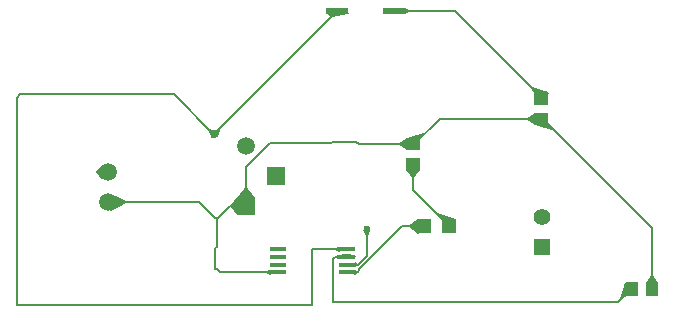
<source format=gbr>
G71*
G90*
G04 Quadcept GERBER*
%MOMM*%
%FSLAX44Y44*%
%ADD10C,0.15*%
%ADD11C,0.6*%
%ADD12C,1.4*%
%ADD13C,1.5*%
%ADD14R,1.19X1.19*%
%ADD15R,1.4X1.4*%
%ADD16R,1.5X1.5*%
%ADD17R,1.01X1.21*%
%ADD18R,1.21X1.01*%
%ADD19R,1.47X0.35*%
%ADD20R,1.9X0.55*%
G54D10*
G01X1383000Y2016000D02*
G01X1382000D01*
G01X1368500Y2029500D01*
G01X1291000D01*
G01X1383000Y2016000D02*
G01X1384000D01*
G01X1394400Y2026400D01*
G01X1407800D01*
G01X1382000Y1991000D02*
G01X1383000Y1992000D01*
G01Y2016000D01*
G01X1382000Y1973000D02*
G01Y1991000D01*
G01X1382000Y1973000D02*
G01X1383000D01*
G01X1385650Y1970350D01*
G01X1434790D01*
G01X1407800Y2026400D02*
G01Y2059800D01*
G01X1428000Y2080000D01*
G01X1480000D01*
G01X1481000Y2081000D01*
G01X1501000D01*
G01X1503290Y2078710D01*
G01X1549300D01*
G01X1550000D01*
G01X1571780Y2100490D01*
G01X1658000D01*
G01X1658490Y2100000D01*
G01X1659000D01*
G01X1751410Y2007590D01*
G01Y1956100D01*
G01X1485400Y2191700D02*
G01X1381000Y2087300D01*
G01Y2087000D01*
G01X1281900Y2054900D02*
G01X1291000D01*
G01X1493210Y1989850D02*
G01X1464000D01*
G01Y1943000D01*
G01X1214000D01*
G01Y2118000D01*
G01X1217000Y2121000D01*
G01X1347000D01*
G01X1381000Y2087000D01*
G01X1658000Y2117510D02*
G01Y2118510D01*
G01X1584810Y2191700D01*
G01X1533400D01*
G01X1493210Y1970350D02*
G01X1502350D01*
G01X1504000Y1972000D01*
G01Y1973000D01*
G01X1540200Y2009200D01*
G01X1558990D01*
G01X1493210Y1983350D02*
G01Y1983580D01*
G01X1492395Y1984395D01*
G01Y1984605D01*
G01X1492443Y1984653D01*
G01X1493000D01*
G01X1493653Y1984000D01*
G01X1723290Y1945000D02*
G01X1482000D01*
G01Y1982000D01*
G01X1483350Y1983350D01*
G01X1493210D01*
G01X1579810Y2009200D02*
G01Y2009380D01*
G01X1549300Y2039890D01*
G01Y2061690D01*
G01X1510000Y2007000D02*
G01Y1984000D01*
G01X1502850Y1976850D01*
G01X1493210D01*
G01X1734390Y1956100D02*
G01X1723290Y1945000D01*
G01X1663300Y2121810D02*
G01X1650415Y2126095D01*
G01X1652700Y2121810D02*
G01X1650415Y2126095D01*
G01X1662550Y2121810D02*
G01X1650415Y2126095D01*
G01X1661800Y2121810D02*
G01X1650415Y2126095D01*
G01X1661050Y2121810D02*
G01X1650415Y2126095D01*
G01X1660300Y2121810D02*
G01X1650415Y2126095D01*
G01X1659550Y2121810D02*
G01X1650415Y2126095D01*
G01X1658800Y2121810D02*
G01X1650415Y2126095D01*
G01X1658050Y2121810D02*
G01X1650415Y2126095D01*
G01X1657300Y2121810D02*
G01X1650415Y2126095D01*
G01X1656550Y2121810D02*
G01X1650415Y2126095D01*
G01X1655800Y2121810D02*
G01X1650415Y2126095D01*
G01X1655050Y2121810D02*
G01X1650415Y2126095D01*
G01X1654300Y2121810D02*
G01X1650415Y2126095D01*
G01X1653550Y2121810D02*
G01X1650415Y2126095D01*
G01X1542150Y2189700D02*
G01X1545450Y2191700D01*
G01X1542150Y2193700D02*
G01X1545450Y2191700D01*
G01X1542150Y2190450D02*
G01X1545450Y2191700D01*
G01X1542150Y2191200D02*
G01X1545450Y2191700D01*
G01X1542150Y2191950D02*
G01X1545450Y2191700D01*
G01X1542150Y2192700D02*
G01X1545450Y2191700D01*
G01X1285860Y2059276D02*
G01X1282135Y2054900D01*
G01X1285860Y2050524D02*
G01X1282135Y2054900D01*
G01X1285860Y2058526D02*
G01X1282135Y2054900D01*
G01X1285860Y2057776D02*
G01X1282135Y2054900D01*
G01X1285860Y2057026D02*
G01X1282135Y2054900D01*
G01X1285860Y2056276D02*
G01X1282135Y2054900D01*
G01X1285860Y2055526D02*
G01X1282135Y2054900D01*
G01X1285860Y2054776D02*
G01X1282135Y2054900D01*
G01X1285860Y2054026D02*
G01X1282135Y2054900D01*
G01X1285860Y2053276D02*
G01X1282135Y2054900D01*
G01X1285860Y2052526D02*
G01X1282135Y2054900D01*
G01X1285860Y2051776D02*
G01X1282135Y2054900D01*
G01X1486610Y1990850D02*
G01X1484510Y1989850D01*
G01X1486610Y1988850D02*
G01X1484510Y1989850D01*
G01X1486610Y1990100D02*
G01X1484510Y1989850D01*
G01X1381857Y2089081D02*
G01X1376863Y2091137D01*
G01X1378919Y2086143D02*
G01X1376863Y2091137D01*
G01X1381326Y2088550D02*
G01X1376863Y2091137D01*
G01X1380796Y2088020D02*
G01X1376863Y2091137D01*
G01X1380266Y2087490D02*
G01X1376863Y2091137D01*
G01X1379735Y2086959D02*
G01X1376863Y2091137D01*
G01X1383111Y2086220D02*
G01X1384979Y2091279D01*
G01X1380069Y2089048D02*
G01X1384979Y2091279D01*
G01X1382561Y2086731D02*
G01X1384979Y2091279D01*
G01X1382012Y2087242D02*
G01X1384979Y2091279D01*
G01X1381463Y2087753D02*
G01X1384979Y2091279D01*
G01X1380914Y2088263D02*
G01X1384979Y2091279D01*
G01X1476650Y2189700D02*
G01X1481067Y2187367D01*
G01X1494150Y2189700D02*
G01X1481067Y2187367D01*
G01X1477400Y2189700D02*
G01X1481067Y2187367D01*
G01X1478150Y2189700D02*
G01X1481067Y2187367D01*
G01X1478900Y2189700D02*
G01X1481067Y2187367D01*
G01X1479650Y2189700D02*
G01X1481067Y2187367D01*
G01X1480400Y2189700D02*
G01X1481067Y2187367D01*
G01X1481150Y2189700D02*
G01X1481067Y2187367D01*
G01X1481900Y2189700D02*
G01X1481067Y2187367D01*
G01X1482650Y2189700D02*
G01X1481067Y2187367D01*
G01X1483400Y2189700D02*
G01X1481067Y2187367D01*
G01X1484150Y2189700D02*
G01X1481067Y2187367D01*
G01X1484900Y2189700D02*
G01X1481067Y2187367D01*
G01X1485650Y2189700D02*
G01X1481067Y2187367D01*
G01X1486400Y2189700D02*
G01X1481067Y2187367D01*
G01X1487150Y2189700D02*
G01X1481067Y2187367D01*
G01X1487900Y2189700D02*
G01X1481067Y2187367D01*
G01X1488650Y2189700D02*
G01X1481067Y2187367D01*
G01X1489400Y2189700D02*
G01X1481067Y2187367D01*
G01X1490150Y2189700D02*
G01X1481067Y2187367D01*
G01X1490900Y2189700D02*
G01X1481067Y2187367D01*
G01X1491650Y2189700D02*
G01X1481067Y2187367D01*
G01X1492400Y2189700D02*
G01X1481067Y2187367D01*
G01X1493150Y2189700D02*
G01X1481067Y2187367D01*
G01X1499810Y1969350D02*
G01X1501910Y1970350D01*
G01X1499810Y1971350D02*
G01X1501910Y1970350D01*
G01X1499810Y1970100D02*
G01X1501910Y1970350D01*
G01X1553790Y2014400D02*
G01X1546650Y2009200D01*
G01X1553790Y2004000D02*
G01X1546650Y2009200D01*
G01X1553790Y2013650D02*
G01X1546650Y2009200D01*
G01X1553790Y2012900D02*
G01X1546650Y2009200D01*
G01X1553790Y2012150D02*
G01X1546650Y2009200D01*
G01X1553790Y2011400D02*
G01X1546650Y2009200D01*
G01X1553790Y2010650D02*
G01X1546650Y2009200D01*
G01X1553790Y2009900D02*
G01X1546650Y2009200D01*
G01X1553790Y2009150D02*
G01X1546650Y2009200D01*
G01X1553790Y2008400D02*
G01X1546650Y2009200D01*
G01X1553790Y2007650D02*
G01X1546650Y2009200D01*
G01X1553790Y2006900D02*
G01X1546650Y2009200D01*
G01X1553790Y2006150D02*
G01X1546650Y2009200D01*
G01X1553790Y2005400D02*
G01X1546650Y2009200D01*
G01X1585010Y2014400D02*
G01X1569741Y2019449D01*
G01X1574610Y2014400D02*
G01X1569741Y2019449D01*
G01X1584260Y2014400D02*
G01X1569741Y2019449D01*
G01X1583510Y2014400D02*
G01X1569741Y2019449D01*
G01X1582760Y2014400D02*
G01X1569741Y2019449D01*
G01X1582010Y2014400D02*
G01X1569741Y2019449D01*
G01X1581260Y2014400D02*
G01X1569741Y2019449D01*
G01X1580510Y2014400D02*
G01X1569741Y2019449D01*
G01X1579760Y2014400D02*
G01X1569741Y2019449D01*
G01X1579010Y2014400D02*
G01X1569741Y2019449D01*
G01X1578260Y2014400D02*
G01X1569741Y2019449D01*
G01X1577510Y2014400D02*
G01X1569741Y2019449D01*
G01X1576760Y2014400D02*
G01X1569741Y2019449D01*
G01X1576010Y2014400D02*
G01X1569741Y2019449D01*
G01X1544000Y2057390D02*
G01X1549300Y2051330D01*
G01X1554600Y2057390D02*
G01X1549300Y2051330D01*
G01X1544750Y2057390D02*
G01X1549300Y2051330D01*
G01X1545500Y2057390D02*
G01X1549300Y2051330D01*
G01X1546250Y2057390D02*
G01X1549300Y2051330D01*
G01X1547000Y2057390D02*
G01X1549300Y2051330D01*
G01X1547750Y2057390D02*
G01X1549300Y2051330D01*
G01X1548500Y2057390D02*
G01X1549300Y2051330D01*
G01X1549250Y2057390D02*
G01X1549300Y2051330D01*
G01X1550000Y2057390D02*
G01X1549300Y2051330D01*
G01X1550750Y2057390D02*
G01X1549300Y2051330D01*
G01X1551500Y2057390D02*
G01X1549300Y2051330D01*
G01X1552250Y2057390D02*
G01X1549300Y2051330D01*
G01X1553000Y2057390D02*
G01X1549300Y2051330D01*
G01X1553750Y2057390D02*
G01X1549300Y2051330D01*
G01X1414550Y2033150D02*
G01X1407800Y2042150D01*
G01X1401050Y2033150D02*
G01X1407800Y2042150D01*
G01X1413800Y2033150D02*
G01X1407800Y2042150D01*
G01X1413050Y2033150D02*
G01X1407800Y2042150D01*
G01X1412300Y2033150D02*
G01X1407800Y2042150D01*
G01X1411550Y2033150D02*
G01X1407800Y2042150D01*
G01X1410800Y2033150D02*
G01X1407800Y2042150D01*
G01X1410050Y2033150D02*
G01X1407800Y2042150D01*
G01X1409300Y2033150D02*
G01X1407800Y2042150D01*
G01X1408550Y2033150D02*
G01X1407800Y2042150D01*
G01X1407800Y2033150D02*
G01Y2042150D01*
G01X1407050Y2033150D02*
G01X1407800Y2042150D01*
G01X1406300Y2033150D02*
G01X1407800Y2042150D01*
G01X1405550Y2033150D02*
G01X1407800Y2042150D01*
G01X1404800Y2033150D02*
G01X1407800Y2042150D01*
G01X1404050Y2033150D02*
G01X1407800Y2042150D01*
G01X1403300Y2033150D02*
G01X1407800Y2042150D01*
G01X1402550Y2033150D02*
G01X1407800Y2042150D01*
G01X1401800Y2033150D02*
G01X1407800Y2042150D01*
G01X1401050Y2033150D02*
G01X1395065Y2026400D01*
G01X1401050Y2019650D02*
G01X1395065Y2026400D01*
G01X1401050Y2032400D02*
G01X1395065Y2026400D01*
G01X1401050Y2031650D02*
G01X1395065Y2026400D01*
G01X1401050Y2030900D02*
G01X1395065Y2026400D01*
G01X1401050Y2030150D02*
G01X1395065Y2026400D01*
G01X1401050Y2029400D02*
G01X1395065Y2026400D01*
G01X1401050Y2028650D02*
G01X1395065Y2026400D01*
G01X1401050Y2027900D02*
G01X1395065Y2026400D01*
G01X1401050Y2027150D02*
G01X1395065Y2026400D01*
G01X1401050Y2026400D02*
G01X1395065D01*
G01X1401050Y2025650D02*
G01X1395065Y2026400D01*
G01X1401050Y2024900D02*
G01X1395065Y2026400D01*
G01X1401050Y2024150D02*
G01X1395065Y2026400D01*
G01X1401050Y2023400D02*
G01X1395065Y2026400D01*
G01X1401050Y2022650D02*
G01X1395065Y2026400D01*
G01X1401050Y2021900D02*
G01X1395065Y2026400D01*
G01X1401050Y2021150D02*
G01X1395065Y2026400D01*
G01X1401050Y2020400D02*
G01X1395065Y2026400D01*
G01X1293893Y2023401D02*
G01X1306750Y2029500D01*
G01X1293893Y2035599D02*
G01X1306750Y2029500D01*
G01X1293893Y2024151D02*
G01X1306750Y2029500D01*
G01X1293893Y2024901D02*
G01X1306750Y2029500D01*
G01X1293893Y2025651D02*
G01X1306750Y2029500D01*
G01X1293893Y2026401D02*
G01X1306750Y2029500D01*
G01X1293893Y2027151D02*
G01X1306750Y2029500D01*
G01X1293893Y2027901D02*
G01X1306750Y2029500D01*
G01X1293893Y2028651D02*
G01X1306750Y2029500D01*
G01X1293893Y2029401D02*
G01X1306750Y2029500D01*
G01X1293893Y2030151D02*
G01X1306750Y2029500D01*
G01X1293893Y2030901D02*
G01X1306750Y2029500D01*
G01X1293893Y2031651D02*
G01X1306750Y2029500D01*
G01X1293893Y2032401D02*
G01X1306750Y2029500D01*
G01X1293893Y2033151D02*
G01X1306750Y2029500D01*
G01X1293893Y2033901D02*
G01X1306750Y2029500D01*
G01X1293893Y2034651D02*
G01X1306750Y2029500D01*
G01X1652700Y2096190D02*
G01X1667095Y2091905D01*
G01X1663300Y2096190D02*
G01X1667095Y2091905D01*
G01X1653450Y2096190D02*
G01X1667095Y2091905D01*
G01X1654200Y2096190D02*
G01X1667095Y2091905D01*
G01X1654950Y2096190D02*
G01X1667095Y2091905D01*
G01X1655700Y2096190D02*
G01X1667095Y2091905D01*
G01X1656450Y2096190D02*
G01X1667095Y2091905D01*
G01X1657200Y2096190D02*
G01X1667095Y2091905D01*
G01X1657950Y2096190D02*
G01X1667095Y2091905D01*
G01X1658700Y2096190D02*
G01X1667095Y2091905D01*
G01X1659450Y2096190D02*
G01X1667095Y2091905D01*
G01X1660200Y2096190D02*
G01X1667095Y2091905D01*
G01X1660950Y2096190D02*
G01X1667095Y2091905D01*
G01X1661700Y2096190D02*
G01X1667095Y2091905D01*
G01X1662450Y2096190D02*
G01X1667095Y2091905D01*
G01X1428190Y1971350D02*
G01X1426090Y1970350D01*
G01X1428190Y1969350D02*
G01X1426090Y1970350D01*
G01X1428190Y1970600D02*
G01X1426090Y1970350D01*
G01X1755710Y1961400D02*
G01X1751410Y1967460D01*
G01X1747110Y1961400D02*
G01X1751410Y1967460D01*
G01X1754960Y1961400D02*
G01X1751410Y1967460D01*
G01X1754210Y1961400D02*
G01X1751410Y1967460D01*
G01X1753460Y1961400D02*
G01X1751410Y1967460D01*
G01X1752710Y1961400D02*
G01X1751410Y1967460D01*
G01X1751960Y1961400D02*
G01X1751410Y1967460D01*
G01X1751210Y1961400D02*
G01X1751410Y1967460D01*
G01X1750460Y1961400D02*
G01X1751410Y1967460D01*
G01X1749710Y1961400D02*
G01X1751410Y1967460D01*
G01X1748960Y1961400D02*
G01X1751410Y1967460D01*
G01X1748210Y1961400D02*
G01X1751410Y1967460D01*
G01X1544000Y2083010D02*
G01X1537940Y2078710D01*
G01X1544000Y2074410D02*
G01X1537940Y2078710D01*
G01X1544000Y2082260D02*
G01X1537940Y2078710D01*
G01X1544000Y2081510D02*
G01X1537940Y2078710D01*
G01X1544000Y2080760D02*
G01X1537940Y2078710D01*
G01X1544000Y2080010D02*
G01X1537940Y2078710D01*
G01X1544000Y2079260D02*
G01X1537940Y2078710D01*
G01X1544000Y2078510D02*
G01X1537940Y2078710D01*
G01X1544000Y2077760D02*
G01X1537940Y2078710D01*
G01X1544000Y2077010D02*
G01X1537940Y2078710D01*
G01X1544000Y2076260D02*
G01X1537940Y2078710D01*
G01X1544000Y2075510D02*
G01X1537940Y2078710D01*
G01X1652700Y2104790D02*
G01X1646640Y2100490D01*
G01X1652700Y2096190D02*
G01X1646640Y2100490D01*
G01X1652700Y2104040D02*
G01X1646640Y2100490D01*
G01X1652700Y2103290D02*
G01X1646640Y2100490D01*
G01X1652700Y2102540D02*
G01X1646640Y2100490D01*
G01X1652700Y2101790D02*
G01X1646640Y2100490D01*
G01X1652700Y2101040D02*
G01X1646640Y2100490D01*
G01X1652700Y2100290D02*
G01X1646640Y2100490D01*
G01X1652700Y2099540D02*
G01X1646640Y2100490D01*
G01X1652700Y2098790D02*
G01X1646640Y2100490D01*
G01X1652700Y2098040D02*
G01X1646640Y2100490D01*
G01X1652700Y2097290D02*
G01X1646640Y2100490D01*
G01X1554600Y2083010D02*
G01X1558585Y2087295D01*
G01X1544000Y2083010D02*
G01X1558585Y2087295D01*
G01X1553850Y2083010D02*
G01X1558585Y2087295D01*
G01X1553100Y2083010D02*
G01X1558585Y2087295D01*
G01X1552350Y2083010D02*
G01X1558585Y2087295D01*
G01X1551600Y2083010D02*
G01X1558585Y2087295D01*
G01X1550850Y2083010D02*
G01X1558585Y2087295D01*
G01X1550100Y2083010D02*
G01X1558585Y2087295D01*
G01X1549350Y2083010D02*
G01X1558585Y2087295D01*
G01X1548600Y2083010D02*
G01X1558585Y2087295D01*
G01X1547850Y2083010D02*
G01X1558585Y2087295D01*
G01X1547100Y2083010D02*
G01X1558585Y2087295D01*
G01X1546350Y2083010D02*
G01X1558585Y2087295D01*
G01X1545600Y2083010D02*
G01X1558585Y2087295D01*
G01X1544850Y2083010D02*
G01X1558585Y2087295D01*
G01X1730090Y1961400D02*
G01X1725805Y1947515D01*
G01X1730090Y1950800D02*
G01X1725805Y1947515D01*
G01X1730090Y1960650D02*
G01X1725805Y1947515D01*
G01X1730090Y1959900D02*
G01X1725805Y1947515D01*
G01X1730090Y1959150D02*
G01X1725805Y1947515D01*
G01X1730090Y1958400D02*
G01X1725805Y1947515D01*
G01X1730090Y1957650D02*
G01X1725805Y1947515D01*
G01X1730090Y1956900D02*
G01X1725805Y1947515D01*
G01X1730090Y1956150D02*
G01X1725805Y1947515D01*
G01X1730090Y1955400D02*
G01X1725805Y1947515D01*
G01X1730090Y1954650D02*
G01X1725805Y1947515D01*
G01X1730090Y1953900D02*
G01X1725805Y1947515D01*
G01X1730090Y1953150D02*
G01X1725805Y1947515D01*
G01X1730090Y1952400D02*
G01X1725805Y1947515D01*
G01X1730090Y1951650D02*
G01X1725805Y1947515D01*
G01X1486610Y1984350D02*
G01X1484510Y1983350D01*
G01X1486610Y1982350D02*
G01X1484510Y1983350D01*
G01X1486610Y1983600D02*
G01X1484510Y1983350D01*
G01X1499810Y1984350D02*
G01X1493030Y1984623D01*
G01X1486610Y1984350D02*
G01X1493030Y1984623D01*
G01X1499060Y1984350D02*
G01X1493030Y1984623D01*
G01X1498310Y1984350D02*
G01X1493030Y1984623D01*
G01X1497560Y1984350D02*
G01X1493030Y1984623D01*
G01X1496810Y1984350D02*
G01X1493030Y1984623D01*
G01X1496060Y1984350D02*
G01X1493030Y1984623D01*
G01X1495310Y1984350D02*
G01X1493030Y1984623D01*
G01X1494560Y1984350D02*
G01X1493030Y1984623D01*
G01X1493810Y1984350D02*
G01X1493030Y1984623D01*
G01X1493060Y1984350D02*
G01X1493030Y1984623D01*
G01X1492310Y1984350D02*
G01X1493030Y1984623D01*
G01X1491560Y1984350D02*
G01X1493030Y1984623D01*
G01X1490810Y1984350D02*
G01X1493030Y1984623D01*
G01X1490060Y1984350D02*
G01X1493030Y1984623D01*
G01X1489310Y1984350D02*
G01X1493030Y1984623D01*
G01X1488560Y1984350D02*
G01X1493030Y1984623D01*
G01X1487810Y1984350D02*
G01X1493030Y1984623D01*
G01X1507923Y2006135D02*
G01X1510000Y2001150D01*
G01X1512077Y2006135D02*
G01X1510000Y2001150D01*
G01X1508673Y2006135D02*
G01X1510000Y2001150D01*
G01X1509423Y2006135D02*
G01X1510000Y2001150D01*
G01X1510173Y2006135D02*
G01X1510000Y2001150D01*
G01X1510923Y2006135D02*
G01X1510000Y2001150D01*
G01X1499810Y1975850D02*
G01X1501910Y1976850D01*
G01X1499810Y1977850D02*
G01X1501910Y1976850D01*
G01X1499810Y1976600D02*
G01X1501910Y1976850D01*
G54D11*
X1510000Y2007000D03*
X1381000Y2087000D03*
G54D12*
X1658900Y2017100D03*
G54D13*
X1291000Y2029500D03*
Y2054900D03*
X1407800Y2077200D03*
G54D14*
X1558990Y2009200D03*
X1579810D03*
G54D15*
X1658900Y1991700D03*
G54D16*
X1407800Y2026400D03*
X1433200Y2051800D03*
G54D17*
X1734390Y1956100D03*
X1751410D03*
G54D18*
X1549300Y2061690D03*
Y2078710D03*
X1658000Y2100490D03*
Y2117510D03*
G54D19*
X1434790Y1970350D03*
X1493210D03*
X1434790Y1976850D03*
X1493210D03*
X1434790Y1983350D03*
X1493210D03*
X1434790Y1989850D03*
X1493210D03*
G54D20*
X1485400Y2191700D03*
X1533400D03*
M02*

</source>
